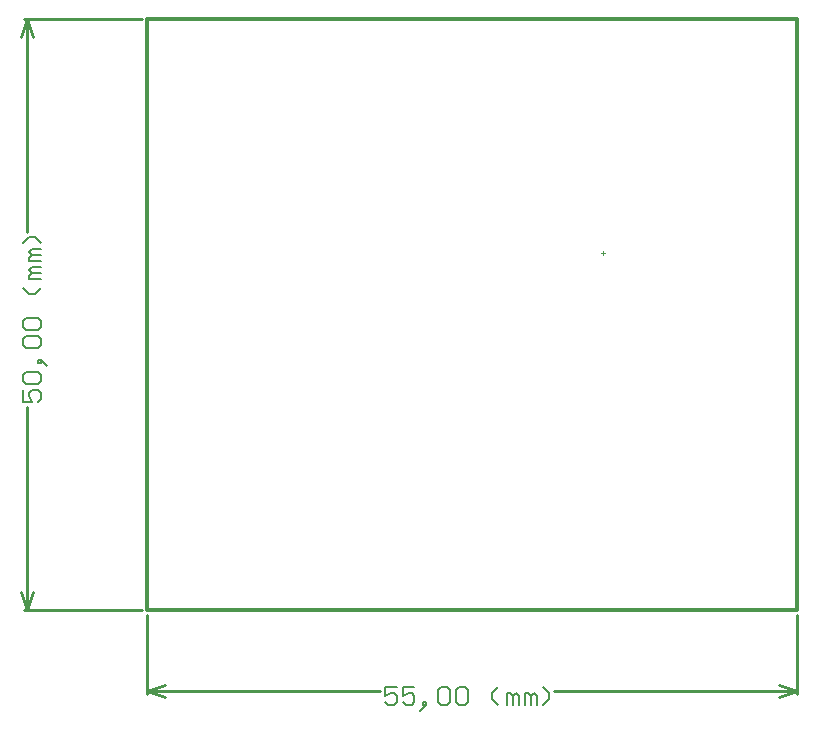
<source format=gm1>
G04 Layer_Color=16711935*
%FSLAX44Y44*%
%MOMM*%
G71*
G01*
G75*
%ADD16C,0.2540*%
%ADD37C,0.1524*%
%ADD60C,0.3000*%
%ADD61C,0.1000*%
D16*
X-104140Y500000D02*
X-4040D01*
X-104140Y0D02*
X-4040D01*
X-101600Y319827D02*
Y500000D01*
Y0D02*
Y172045D01*
X-106680Y484760D02*
X-101600Y500000D01*
X-96520Y484760D01*
X-101600Y0D02*
X-96520Y15240D01*
X-106680D02*
X-101600Y0D01*
X550000Y-71120D02*
Y-4040D01*
X0Y-71120D02*
Y-4040D01*
X344827Y-68580D02*
X550000D01*
X0D02*
X197045D01*
X534760Y-63500D02*
X550000Y-68580D01*
X534760Y-73660D02*
X550000Y-68580D01*
X0D02*
X15240Y-73660D01*
X0Y-68580D02*
X15240Y-63500D01*
D37*
X-105154Y186265D02*
Y176109D01*
X-97537D01*
X-100076Y181187D01*
Y183726D01*
X-97537Y186265D01*
X-92458D01*
X-89919Y183726D01*
Y178648D01*
X-92458Y176109D01*
X-102615Y191344D02*
X-105154Y193883D01*
Y198961D01*
X-102615Y201500D01*
X-92458D01*
X-89919Y198961D01*
Y193883D01*
X-92458Y191344D01*
X-102615D01*
X-87380Y209118D02*
X-89919Y211657D01*
X-92458D01*
Y209118D01*
X-89919D01*
Y211657D01*
X-87380Y209118D01*
X-84841Y206579D01*
X-102615Y221814D02*
X-105154Y224353D01*
Y229431D01*
X-102615Y231971D01*
X-92458D01*
X-89919Y229431D01*
Y224353D01*
X-92458Y221814D01*
X-102615D01*
Y237049D02*
X-105154Y239588D01*
Y244666D01*
X-102615Y247206D01*
X-92458D01*
X-89919Y244666D01*
Y239588D01*
X-92458Y237049D01*
X-102615D01*
X-89919Y272597D02*
X-94998Y267519D01*
X-100076D01*
X-105154Y272597D01*
X-89919Y280215D02*
X-100076D01*
Y282754D01*
X-97537Y285293D01*
X-89919D01*
X-97537D01*
X-100076Y287832D01*
X-97537Y290372D01*
X-89919D01*
Y295450D02*
X-100076D01*
Y297989D01*
X-97537Y300528D01*
X-89919D01*
X-97537D01*
X-100076Y303067D01*
X-97537Y305607D01*
X-89919D01*
Y310685D02*
X-94998Y315763D01*
X-100076D01*
X-105154Y310685D01*
X211265Y-65026D02*
X201109D01*
Y-72643D01*
X206187Y-70104D01*
X208726D01*
X211265Y-72643D01*
Y-77722D01*
X208726Y-80261D01*
X203648D01*
X201109Y-77722D01*
X226500Y-65026D02*
X216344D01*
Y-72643D01*
X221422Y-70104D01*
X223961D01*
X226500Y-72643D01*
Y-77722D01*
X223961Y-80261D01*
X218883D01*
X216344Y-77722D01*
X234118Y-82800D02*
X236657Y-80261D01*
Y-77722D01*
X234118D01*
Y-80261D01*
X236657D01*
X234118Y-82800D01*
X231579Y-85339D01*
X246814Y-67565D02*
X249353Y-65026D01*
X254431D01*
X256971Y-67565D01*
Y-77722D01*
X254431Y-80261D01*
X249353D01*
X246814Y-77722D01*
Y-67565D01*
X262049D02*
X264588Y-65026D01*
X269666D01*
X272206Y-67565D01*
Y-77722D01*
X269666Y-80261D01*
X264588D01*
X262049Y-77722D01*
Y-67565D01*
X297597Y-80261D02*
X292519Y-75182D01*
Y-70104D01*
X297597Y-65026D01*
X305215Y-80261D02*
Y-70104D01*
X307754D01*
X310293Y-72643D01*
Y-80261D01*
Y-72643D01*
X312832Y-70104D01*
X315372Y-72643D01*
Y-80261D01*
X320450D02*
Y-70104D01*
X322989D01*
X325528Y-72643D01*
Y-80261D01*
Y-72643D01*
X328068Y-70104D01*
X330607Y-72643D01*
Y-80261D01*
X335685D02*
X340763Y-75182D01*
Y-70104D01*
X335685Y-65026D01*
D60*
X0Y0D02*
Y500000D01*
Y0D02*
X550000D01*
Y500000D01*
X0D02*
X550000D01*
D61*
X386080Y300260D02*
Y304260D01*
X384080Y302260D02*
X388080D01*
M02*

</source>
